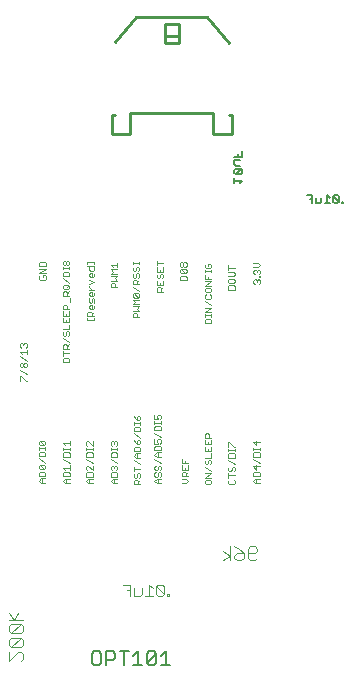
<source format=gbo>
G75*
G70*
%OFA0B0*%
%FSLAX24Y24*%
%IPPOS*%
%LPD*%
%AMOC8*
5,1,8,0,0,1.08239X$1,22.5*
%
%ADD10C,0.0020*%
%ADD11C,0.0050*%
%ADD12C,0.0030*%
%ADD13C,0.0040*%
%ADD14C,0.0100*%
D10*
X001783Y009190D02*
X001710Y009263D01*
X001783Y009337D01*
X001930Y009337D01*
X001930Y009411D02*
X001930Y009521D01*
X001893Y009558D01*
X001747Y009558D01*
X001710Y009521D01*
X001710Y009411D01*
X001930Y009411D01*
X001820Y009337D02*
X001820Y009190D01*
X001783Y009190D02*
X001930Y009190D01*
X001893Y009632D02*
X001747Y009632D01*
X001710Y009669D01*
X001710Y009742D01*
X001747Y009779D01*
X001893Y009632D01*
X001930Y009669D01*
X001930Y009742D01*
X001893Y009779D01*
X001747Y009779D01*
X001930Y009853D02*
X001710Y010000D01*
X001710Y010074D02*
X001710Y010184D01*
X001747Y010221D01*
X001893Y010221D01*
X001930Y010184D01*
X001930Y010074D01*
X001710Y010074D01*
X001710Y010295D02*
X001710Y010368D01*
X001710Y010332D02*
X001930Y010332D01*
X001930Y010368D02*
X001930Y010295D01*
X001893Y010442D02*
X001747Y010589D01*
X001893Y010589D01*
X001930Y010552D01*
X001930Y010479D01*
X001893Y010442D01*
X001747Y010442D01*
X001710Y010479D01*
X001710Y010552D01*
X001747Y010589D01*
X002520Y010506D02*
X002740Y010506D01*
X002740Y010579D02*
X002740Y010432D01*
X002740Y010358D02*
X002740Y010285D01*
X002740Y010322D02*
X002520Y010322D01*
X002520Y010358D02*
X002520Y010285D01*
X002557Y010211D02*
X002520Y010174D01*
X002520Y010064D01*
X002740Y010064D01*
X002740Y010174D01*
X002703Y010211D01*
X002557Y010211D01*
X002593Y010432D02*
X002520Y010506D01*
X002520Y009990D02*
X002740Y009843D01*
X002740Y009769D02*
X002740Y009622D01*
X002740Y009695D02*
X002520Y009695D01*
X002593Y009622D01*
X002557Y009548D02*
X002703Y009548D01*
X002740Y009511D01*
X002740Y009401D01*
X002520Y009401D01*
X002520Y009511D01*
X002557Y009548D01*
X002593Y009327D02*
X002520Y009253D01*
X002593Y009180D01*
X002740Y009180D01*
X002630Y009180D02*
X002630Y009327D01*
X002593Y009327D02*
X002740Y009327D01*
X003290Y009391D02*
X003290Y009501D01*
X003327Y009538D01*
X003473Y009538D01*
X003510Y009501D01*
X003510Y009391D01*
X003290Y009391D01*
X003363Y009317D02*
X003290Y009243D01*
X003363Y009170D01*
X003510Y009170D01*
X003400Y009170D02*
X003400Y009317D01*
X003363Y009317D02*
X003510Y009317D01*
X003510Y009612D02*
X003363Y009759D01*
X003327Y009759D01*
X003290Y009722D01*
X003290Y009649D01*
X003327Y009612D01*
X003510Y009612D02*
X003510Y009759D01*
X003510Y009833D02*
X003290Y009980D01*
X003290Y010054D02*
X003290Y010164D01*
X003327Y010201D01*
X003473Y010201D01*
X003510Y010164D01*
X003510Y010054D01*
X003290Y010054D01*
X003290Y010275D02*
X003290Y010348D01*
X003290Y010312D02*
X003510Y010312D01*
X003510Y010348D02*
X003510Y010275D01*
X003510Y010422D02*
X003363Y010569D01*
X003327Y010569D01*
X003290Y010532D01*
X003290Y010459D01*
X003327Y010422D01*
X003510Y010422D02*
X003510Y010569D01*
X004110Y010532D02*
X004147Y010569D01*
X004183Y010569D01*
X004220Y010532D01*
X004257Y010569D01*
X004293Y010569D01*
X004330Y010532D01*
X004330Y010459D01*
X004293Y010422D01*
X004330Y010348D02*
X004330Y010275D01*
X004330Y010312D02*
X004110Y010312D01*
X004110Y010348D02*
X004110Y010275D01*
X004147Y010201D02*
X004110Y010164D01*
X004110Y010054D01*
X004330Y010054D01*
X004330Y010164D01*
X004293Y010201D01*
X004147Y010201D01*
X004147Y010422D02*
X004110Y010459D01*
X004110Y010532D01*
X004220Y010532D02*
X004220Y010496D01*
X004110Y009980D02*
X004330Y009833D01*
X004293Y009759D02*
X004330Y009722D01*
X004330Y009649D01*
X004293Y009612D01*
X004293Y009538D02*
X004147Y009538D01*
X004110Y009501D01*
X004110Y009391D01*
X004330Y009391D01*
X004330Y009501D01*
X004293Y009538D01*
X004147Y009612D02*
X004110Y009649D01*
X004110Y009722D01*
X004147Y009759D01*
X004183Y009759D01*
X004220Y009722D01*
X004257Y009759D01*
X004293Y009759D01*
X004220Y009722D02*
X004220Y009685D01*
X004220Y009317D02*
X004220Y009170D01*
X004183Y009170D02*
X004110Y009243D01*
X004183Y009317D01*
X004330Y009317D01*
X004330Y009170D02*
X004183Y009170D01*
X004880Y009140D02*
X004880Y009250D01*
X004917Y009287D01*
X004990Y009287D01*
X005027Y009250D01*
X005027Y009140D01*
X005100Y009140D02*
X004880Y009140D01*
X005027Y009213D02*
X005100Y009287D01*
X005063Y009361D02*
X005100Y009398D01*
X005100Y009471D01*
X005063Y009508D01*
X005027Y009508D01*
X004990Y009471D01*
X004990Y009398D01*
X004953Y009361D01*
X004917Y009361D01*
X004880Y009398D01*
X004880Y009471D01*
X004917Y009508D01*
X004880Y009582D02*
X004880Y009729D01*
X004880Y009655D02*
X005100Y009655D01*
X005100Y009803D02*
X004880Y009950D01*
X004953Y010024D02*
X004880Y010097D01*
X004953Y010171D01*
X005100Y010171D01*
X005100Y010245D02*
X005100Y010355D01*
X005063Y010392D01*
X004917Y010392D01*
X004880Y010355D01*
X004880Y010245D01*
X005100Y010245D01*
X004990Y010171D02*
X004990Y010024D01*
X004953Y010024D02*
X005100Y010024D01*
X005063Y010466D02*
X004990Y010466D01*
X004990Y010576D01*
X005027Y010613D01*
X005063Y010613D01*
X005100Y010576D01*
X005100Y010503D01*
X005063Y010466D01*
X004990Y010466D02*
X004917Y010539D01*
X004880Y010613D01*
X004880Y010834D02*
X005100Y010687D01*
X005100Y010908D02*
X005100Y011018D01*
X005063Y011055D01*
X004917Y011055D01*
X004880Y011018D01*
X004880Y010908D01*
X005100Y010908D01*
X005100Y011129D02*
X005100Y011202D01*
X005100Y011166D02*
X004880Y011166D01*
X004880Y011202D02*
X004880Y011129D01*
X004990Y011276D02*
X004917Y011350D01*
X004880Y011423D01*
X004990Y011386D02*
X004990Y011276D01*
X005063Y011276D01*
X005100Y011313D01*
X005100Y011386D01*
X005063Y011423D01*
X005027Y011423D01*
X004990Y011386D01*
X005570Y011453D02*
X005570Y011306D01*
X005680Y011306D01*
X005643Y011380D01*
X005643Y011416D01*
X005680Y011453D01*
X005753Y011453D01*
X005790Y011416D01*
X005790Y011343D01*
X005753Y011306D01*
X005790Y011232D02*
X005790Y011159D01*
X005790Y011196D02*
X005570Y011196D01*
X005570Y011232D02*
X005570Y011159D01*
X005607Y011085D02*
X005570Y011048D01*
X005570Y010938D01*
X005790Y010938D01*
X005790Y011048D01*
X005753Y011085D01*
X005607Y011085D01*
X005570Y010864D02*
X005790Y010717D01*
X005753Y010643D02*
X005790Y010606D01*
X005790Y010533D01*
X005753Y010496D01*
X005680Y010496D02*
X005643Y010569D01*
X005643Y010606D01*
X005680Y010643D01*
X005753Y010643D01*
X005680Y010496D02*
X005570Y010496D01*
X005570Y010643D01*
X005607Y010422D02*
X005570Y010385D01*
X005570Y010275D01*
X005790Y010275D01*
X005790Y010385D01*
X005753Y010422D01*
X005607Y010422D01*
X005643Y010201D02*
X005790Y010201D01*
X005680Y010201D02*
X005680Y010054D01*
X005643Y010054D02*
X005790Y010054D01*
X005643Y010054D02*
X005570Y010127D01*
X005643Y010201D01*
X005570Y009980D02*
X005790Y009833D01*
X005753Y009759D02*
X005790Y009722D01*
X005790Y009649D01*
X005753Y009612D01*
X005753Y009538D02*
X005790Y009501D01*
X005790Y009428D01*
X005753Y009391D01*
X005680Y009428D02*
X005680Y009501D01*
X005717Y009538D01*
X005753Y009538D01*
X005680Y009428D02*
X005643Y009391D01*
X005607Y009391D01*
X005570Y009428D01*
X005570Y009501D01*
X005607Y009538D01*
X005607Y009612D02*
X005643Y009612D01*
X005680Y009649D01*
X005680Y009722D01*
X005717Y009759D01*
X005753Y009759D01*
X005607Y009759D02*
X005570Y009722D01*
X005570Y009649D01*
X005607Y009612D01*
X005643Y009317D02*
X005790Y009317D01*
X005680Y009317D02*
X005680Y009170D01*
X005643Y009170D02*
X005790Y009170D01*
X005643Y009170D02*
X005570Y009243D01*
X005643Y009317D01*
X006480Y009327D02*
X006627Y009327D01*
X006700Y009253D01*
X006627Y009180D01*
X006480Y009180D01*
X006480Y009401D02*
X006480Y009511D01*
X006517Y009548D01*
X006590Y009548D01*
X006627Y009511D01*
X006627Y009401D01*
X006700Y009401D02*
X006480Y009401D01*
X006627Y009474D02*
X006700Y009548D01*
X006700Y009622D02*
X006700Y009769D01*
X006700Y009843D02*
X006480Y009843D01*
X006480Y009990D01*
X006590Y009916D02*
X006590Y009843D01*
X006480Y009769D02*
X006480Y009622D01*
X006700Y009622D01*
X006590Y009622D02*
X006590Y009695D01*
X007240Y009729D02*
X007460Y009582D01*
X007460Y009508D02*
X007240Y009508D01*
X007240Y009361D02*
X007460Y009508D01*
X007460Y009361D02*
X007240Y009361D01*
X007277Y009287D02*
X007240Y009250D01*
X007240Y009177D01*
X007277Y009140D01*
X007423Y009140D01*
X007460Y009177D01*
X007460Y009250D01*
X007423Y009287D01*
X007277Y009287D01*
X007277Y009803D02*
X007313Y009803D01*
X007350Y009840D01*
X007350Y009913D01*
X007387Y009950D01*
X007423Y009950D01*
X007460Y009913D01*
X007460Y009840D01*
X007423Y009803D01*
X007460Y010024D02*
X007460Y010171D01*
X007460Y010245D02*
X007460Y010392D01*
X007460Y010466D02*
X007460Y010613D01*
X007460Y010687D02*
X007240Y010687D01*
X007240Y010797D01*
X007277Y010834D01*
X007350Y010834D01*
X007387Y010797D01*
X007387Y010687D01*
X007350Y010539D02*
X007350Y010466D01*
X007240Y010466D02*
X007460Y010466D01*
X007350Y010318D02*
X007350Y010245D01*
X007240Y010245D02*
X007460Y010245D01*
X007460Y010024D02*
X007240Y010024D01*
X007277Y009950D02*
X007240Y009913D01*
X007240Y009840D01*
X007277Y009803D01*
X007240Y010245D02*
X007240Y010392D01*
X007240Y010466D02*
X007240Y010613D01*
X008030Y010539D02*
X008030Y010392D01*
X008030Y010318D02*
X008030Y010245D01*
X008030Y010282D02*
X008250Y010282D01*
X008250Y010318D02*
X008250Y010245D01*
X008213Y010171D02*
X008067Y010171D01*
X008030Y010134D01*
X008030Y010024D01*
X008250Y010024D01*
X008250Y010134D01*
X008213Y010171D01*
X008213Y010392D02*
X008250Y010392D01*
X008213Y010392D02*
X008067Y010539D01*
X008030Y010539D01*
X008030Y009950D02*
X008250Y009803D01*
X008213Y009729D02*
X008250Y009692D01*
X008250Y009619D01*
X008213Y009582D01*
X008140Y009619D02*
X008140Y009692D01*
X008177Y009729D01*
X008213Y009729D01*
X008140Y009619D02*
X008103Y009582D01*
X008067Y009582D01*
X008030Y009619D01*
X008030Y009692D01*
X008067Y009729D01*
X008030Y009508D02*
X008030Y009361D01*
X008030Y009434D02*
X008250Y009434D01*
X008213Y009287D02*
X008250Y009250D01*
X008250Y009177D01*
X008213Y009140D01*
X008067Y009140D01*
X008030Y009177D01*
X008030Y009250D01*
X008067Y009287D01*
X008860Y009253D02*
X008933Y009327D01*
X009080Y009327D01*
X009080Y009401D02*
X009080Y009511D01*
X009043Y009548D01*
X008897Y009548D01*
X008860Y009511D01*
X008860Y009401D01*
X009080Y009401D01*
X008970Y009327D02*
X008970Y009180D01*
X008933Y009180D02*
X008860Y009253D01*
X008933Y009180D02*
X009080Y009180D01*
X008970Y009622D02*
X008970Y009769D01*
X009080Y009732D02*
X008860Y009732D01*
X008970Y009622D01*
X009080Y009843D02*
X008860Y009990D01*
X008860Y010064D02*
X008860Y010174D01*
X008897Y010211D01*
X009043Y010211D01*
X009080Y010174D01*
X009080Y010064D01*
X008860Y010064D01*
X008860Y010285D02*
X008860Y010358D01*
X008860Y010322D02*
X009080Y010322D01*
X009080Y010358D02*
X009080Y010285D01*
X008970Y010432D02*
X008970Y010579D01*
X009080Y010542D02*
X008860Y010542D01*
X008970Y010432D01*
X007460Y014510D02*
X007240Y014510D01*
X007240Y014620D01*
X007277Y014657D01*
X007423Y014657D01*
X007460Y014620D01*
X007460Y014510D01*
X007460Y014731D02*
X007460Y014804D01*
X007460Y014768D02*
X007240Y014768D01*
X007240Y014804D02*
X007240Y014731D01*
X007240Y014878D02*
X007460Y015025D01*
X007240Y015025D01*
X007240Y014878D02*
X007460Y014878D01*
X007460Y015099D02*
X007240Y015246D01*
X007277Y015320D02*
X007423Y015320D01*
X007460Y015357D01*
X007460Y015430D01*
X007423Y015467D01*
X007423Y015541D02*
X007460Y015578D01*
X007460Y015651D01*
X007423Y015688D01*
X007277Y015688D01*
X007240Y015651D01*
X007240Y015578D01*
X007277Y015541D01*
X007423Y015541D01*
X007460Y015762D02*
X007240Y015762D01*
X007460Y015909D01*
X007240Y015909D01*
X007240Y015983D02*
X007240Y016130D01*
X007240Y016204D02*
X007240Y016278D01*
X007240Y016241D02*
X007460Y016241D01*
X007460Y016204D02*
X007460Y016278D01*
X007423Y016352D02*
X007460Y016388D01*
X007460Y016462D01*
X007423Y016498D01*
X007350Y016498D01*
X007350Y016425D01*
X007277Y016352D02*
X007423Y016352D01*
X007350Y016057D02*
X007350Y015983D01*
X007460Y015983D02*
X007240Y015983D01*
X007277Y016352D02*
X007240Y016388D01*
X007240Y016462D01*
X007277Y016498D01*
X007277Y015467D02*
X007240Y015430D01*
X007240Y015357D01*
X007277Y015320D01*
X006640Y015950D02*
X006640Y016060D01*
X006603Y016097D01*
X006457Y016097D01*
X006420Y016060D01*
X006420Y015950D01*
X006640Y015950D01*
X006603Y016171D02*
X006457Y016318D01*
X006603Y016318D01*
X006640Y016281D01*
X006640Y016208D01*
X006603Y016171D01*
X006457Y016171D01*
X006420Y016208D01*
X006420Y016281D01*
X006457Y016318D01*
X006457Y016392D02*
X006493Y016392D01*
X006530Y016429D01*
X006530Y016502D01*
X006567Y016539D01*
X006603Y016539D01*
X006640Y016502D01*
X006640Y016429D01*
X006603Y016392D01*
X006567Y016392D01*
X006530Y016429D01*
X006530Y016502D02*
X006493Y016539D01*
X006457Y016539D01*
X006420Y016502D01*
X006420Y016429D01*
X006457Y016392D01*
X005860Y016370D02*
X005860Y016223D01*
X005640Y016223D01*
X005640Y016370D01*
X005640Y016444D02*
X005640Y016591D01*
X005640Y016517D02*
X005860Y016517D01*
X005750Y016296D02*
X005750Y016223D01*
X005787Y016149D02*
X005823Y016149D01*
X005860Y016112D01*
X005860Y016039D01*
X005823Y016002D01*
X005750Y016039D02*
X005750Y016112D01*
X005787Y016149D01*
X005677Y016149D02*
X005640Y016112D01*
X005640Y016039D01*
X005677Y016002D01*
X005713Y016002D01*
X005750Y016039D01*
X005860Y015928D02*
X005860Y015781D01*
X005640Y015781D01*
X005640Y015928D01*
X005750Y015854D02*
X005750Y015781D01*
X005750Y015707D02*
X005787Y015670D01*
X005787Y015560D01*
X005860Y015560D02*
X005640Y015560D01*
X005640Y015670D01*
X005677Y015707D01*
X005750Y015707D01*
X005787Y015633D02*
X005860Y015707D01*
X005070Y015805D02*
X004850Y015805D01*
X004850Y015915D01*
X004887Y015952D01*
X004960Y015952D01*
X004997Y015915D01*
X004997Y015805D01*
X004997Y015878D02*
X005070Y015952D01*
X005033Y016026D02*
X005070Y016063D01*
X005070Y016136D01*
X005033Y016173D01*
X004997Y016173D01*
X004960Y016136D01*
X004960Y016063D01*
X004923Y016026D01*
X004887Y016026D01*
X004850Y016063D01*
X004850Y016136D01*
X004887Y016173D01*
X004887Y016247D02*
X004923Y016247D01*
X004960Y016284D01*
X004960Y016357D01*
X004997Y016394D01*
X005033Y016394D01*
X005070Y016357D01*
X005070Y016284D01*
X005033Y016247D01*
X004887Y016247D02*
X004850Y016284D01*
X004850Y016357D01*
X004887Y016394D01*
X004850Y016468D02*
X004850Y016541D01*
X004850Y016505D02*
X005070Y016505D01*
X005070Y016541D02*
X005070Y016468D01*
X004850Y015731D02*
X005070Y015584D01*
X005033Y015510D02*
X005070Y015473D01*
X005070Y015400D01*
X005033Y015363D01*
X004887Y015510D01*
X005033Y015510D01*
X004887Y015510D02*
X004850Y015473D01*
X004850Y015400D01*
X004887Y015363D01*
X005033Y015363D01*
X005070Y015289D02*
X004850Y015289D01*
X004923Y015215D01*
X004850Y015142D01*
X005070Y015142D01*
X005070Y015068D02*
X004850Y015068D01*
X004850Y014921D02*
X005070Y014921D01*
X004997Y014994D01*
X005070Y015068D01*
X004960Y014847D02*
X004997Y014810D01*
X004997Y014700D01*
X005070Y014700D02*
X004850Y014700D01*
X004850Y014810D01*
X004887Y014847D01*
X004960Y014847D01*
X004330Y015710D02*
X004110Y015710D01*
X004110Y015820D01*
X004147Y015857D01*
X004220Y015857D01*
X004257Y015820D01*
X004257Y015710D01*
X004330Y015931D02*
X004110Y015931D01*
X004110Y016078D02*
X004330Y016078D01*
X004257Y016004D01*
X004330Y015931D01*
X004330Y016152D02*
X004110Y016152D01*
X004183Y016225D01*
X004110Y016299D01*
X004330Y016299D01*
X004330Y016373D02*
X004330Y016520D01*
X004330Y016446D02*
X004110Y016446D01*
X004183Y016373D01*
X003550Y016404D02*
X003550Y016294D01*
X003513Y016257D01*
X003440Y016257D01*
X003403Y016294D01*
X003403Y016404D01*
X003330Y016404D02*
X003550Y016404D01*
X003550Y016478D02*
X003550Y016552D01*
X003330Y016552D01*
X003330Y016478D01*
X003440Y016183D02*
X003477Y016183D01*
X003477Y016036D01*
X003513Y016036D02*
X003440Y016036D01*
X003403Y016073D01*
X003403Y016147D01*
X003440Y016183D01*
X003550Y016147D02*
X003550Y016073D01*
X003513Y016036D01*
X003403Y015962D02*
X003550Y015889D01*
X003403Y015815D01*
X003403Y015741D02*
X003403Y015705D01*
X003477Y015631D01*
X003550Y015631D02*
X003403Y015631D01*
X003440Y015557D02*
X003477Y015557D01*
X003477Y015410D01*
X003513Y015410D02*
X003440Y015410D01*
X003403Y015447D01*
X003403Y015520D01*
X003440Y015557D01*
X003550Y015520D02*
X003550Y015447D01*
X003513Y015410D01*
X003513Y015336D02*
X003477Y015299D01*
X003477Y015226D01*
X003440Y015189D01*
X003403Y015226D01*
X003403Y015336D01*
X003513Y015336D02*
X003550Y015299D01*
X003550Y015189D01*
X003477Y015115D02*
X003440Y015115D01*
X003403Y015078D01*
X003403Y015005D01*
X003440Y014968D01*
X003513Y014968D01*
X003550Y015005D01*
X003550Y015078D01*
X003477Y015115D02*
X003477Y014968D01*
X003440Y014894D02*
X003477Y014857D01*
X003477Y014747D01*
X003550Y014747D02*
X003330Y014747D01*
X003330Y014857D01*
X003367Y014894D01*
X003440Y014894D01*
X003477Y014821D02*
X003550Y014894D01*
X003550Y014673D02*
X003550Y014600D01*
X003330Y014600D01*
X003330Y014673D01*
X002730Y014683D02*
X002730Y014536D01*
X002510Y014536D01*
X002510Y014683D01*
X002510Y014757D02*
X002730Y014757D01*
X002730Y014904D01*
X002730Y014978D02*
X002510Y014978D01*
X002510Y015088D01*
X002547Y015125D01*
X002620Y015125D01*
X002657Y015088D01*
X002657Y014978D01*
X002620Y014830D02*
X002620Y014757D01*
X002510Y014757D02*
X002510Y014904D01*
X002620Y014609D02*
X002620Y014536D01*
X002730Y014462D02*
X002730Y014315D01*
X002510Y014315D01*
X002547Y014241D02*
X002510Y014204D01*
X002510Y014131D01*
X002547Y014094D01*
X002583Y014094D01*
X002620Y014131D01*
X002620Y014204D01*
X002657Y014241D01*
X002693Y014241D01*
X002730Y014204D01*
X002730Y014131D01*
X002693Y014094D01*
X002510Y014020D02*
X002730Y013873D01*
X002730Y013799D02*
X002657Y013725D01*
X002657Y013762D02*
X002657Y013652D01*
X002730Y013652D02*
X002510Y013652D01*
X002510Y013762D01*
X002547Y013799D01*
X002620Y013799D01*
X002657Y013762D01*
X002510Y013578D02*
X002510Y013431D01*
X002510Y013504D02*
X002730Y013504D01*
X002693Y013357D02*
X002547Y013357D01*
X002510Y013320D01*
X002510Y013210D01*
X002730Y013210D01*
X002730Y013320D01*
X002693Y013357D01*
X002767Y015199D02*
X002767Y015346D01*
X002730Y015420D02*
X002510Y015420D01*
X002510Y015530D01*
X002547Y015567D01*
X002620Y015567D01*
X002657Y015530D01*
X002657Y015420D01*
X002657Y015493D02*
X002730Y015567D01*
X002693Y015641D02*
X002730Y015678D01*
X002730Y015751D01*
X002693Y015788D01*
X002547Y015788D01*
X002510Y015751D01*
X002510Y015678D01*
X002547Y015641D01*
X002693Y015641D01*
X002657Y015714D02*
X002730Y015788D01*
X002730Y015862D02*
X002510Y016009D01*
X002510Y016083D02*
X002510Y016193D01*
X002547Y016230D01*
X002693Y016230D01*
X002730Y016193D01*
X002730Y016083D01*
X002510Y016083D01*
X002510Y016304D02*
X002510Y016377D01*
X002510Y016341D02*
X002730Y016341D01*
X002730Y016377D02*
X002730Y016304D01*
X002693Y016451D02*
X002657Y016451D01*
X002620Y016488D01*
X002620Y016561D01*
X002657Y016598D01*
X002693Y016598D01*
X002730Y016561D01*
X002730Y016488D01*
X002693Y016451D01*
X002620Y016488D02*
X002583Y016451D01*
X002547Y016451D01*
X002510Y016488D01*
X002510Y016561D01*
X002547Y016598D01*
X002583Y016598D01*
X002620Y016561D01*
X001950Y016512D02*
X001950Y016402D01*
X001730Y016402D01*
X001730Y016512D01*
X001767Y016549D01*
X001913Y016549D01*
X001950Y016512D01*
X001950Y016328D02*
X001730Y016328D01*
X001730Y016181D02*
X001950Y016328D01*
X001950Y016181D02*
X001730Y016181D01*
X001767Y016107D02*
X001730Y016070D01*
X001730Y015997D01*
X001767Y015960D01*
X001913Y015960D01*
X001950Y015997D01*
X001950Y016070D01*
X001913Y016107D01*
X001840Y016107D01*
X001840Y016033D01*
X001273Y013842D02*
X001310Y013805D01*
X001310Y013732D01*
X001273Y013695D01*
X001310Y013621D02*
X001310Y013474D01*
X001310Y013547D02*
X001090Y013547D01*
X001163Y013474D01*
X001090Y013400D02*
X001310Y013253D01*
X001273Y013179D02*
X001310Y013142D01*
X001310Y013069D01*
X001273Y013032D01*
X001237Y013032D01*
X001200Y013069D01*
X001200Y013142D01*
X001237Y013179D01*
X001273Y013179D01*
X001200Y013142D02*
X001163Y013179D01*
X001127Y013179D01*
X001090Y013142D01*
X001090Y013069D01*
X001127Y013032D01*
X001163Y013032D01*
X001200Y013069D01*
X001090Y012958D02*
X001310Y012811D01*
X001127Y012737D02*
X001273Y012590D01*
X001310Y012590D01*
X001127Y012737D02*
X001090Y012737D01*
X001090Y012590D01*
X001127Y013695D02*
X001090Y013732D01*
X001090Y013805D01*
X001127Y013842D01*
X001163Y013842D01*
X001200Y013805D01*
X001237Y013842D01*
X001273Y013842D01*
X001200Y013805D02*
X001200Y013768D01*
X008020Y015626D02*
X008020Y015736D01*
X008057Y015773D01*
X008203Y015773D01*
X008240Y015736D01*
X008240Y015626D01*
X008020Y015626D01*
X008057Y015847D02*
X008020Y015884D01*
X008020Y015957D01*
X008057Y015994D01*
X008203Y015994D01*
X008240Y015957D01*
X008240Y015884D01*
X008203Y015847D01*
X008057Y015847D01*
X008020Y016068D02*
X008203Y016068D01*
X008240Y016105D01*
X008240Y016178D01*
X008203Y016215D01*
X008020Y016215D01*
X008020Y016289D02*
X008020Y016436D01*
X008020Y016362D02*
X008240Y016362D01*
X008870Y016372D02*
X009017Y016372D01*
X009090Y016446D01*
X009017Y016519D01*
X008870Y016519D01*
X008907Y016298D02*
X008870Y016262D01*
X008870Y016188D01*
X008907Y016151D01*
X008980Y016225D02*
X008980Y016262D01*
X009017Y016298D01*
X009053Y016298D01*
X009090Y016262D01*
X009090Y016188D01*
X009053Y016151D01*
X009053Y016078D02*
X009090Y016078D01*
X009090Y016041D01*
X009053Y016041D01*
X009053Y016078D01*
X009053Y015967D02*
X009090Y015930D01*
X009090Y015857D01*
X009053Y015820D01*
X008980Y015893D02*
X008980Y015930D01*
X009017Y015967D01*
X009053Y015967D01*
X008980Y015930D02*
X008943Y015967D01*
X008907Y015967D01*
X008870Y015930D01*
X008870Y015857D01*
X008907Y015820D01*
X008980Y016262D02*
X008943Y016298D01*
X008907Y016298D01*
D11*
X008412Y019172D02*
X008502Y019262D01*
X008231Y019262D01*
X008231Y019172D02*
X008231Y019352D01*
X008276Y019467D02*
X008231Y019512D01*
X008231Y019602D01*
X008276Y019647D01*
X008457Y019647D01*
X008276Y019467D01*
X008457Y019467D01*
X008502Y019512D01*
X008502Y019602D01*
X008457Y019647D01*
X008412Y019761D02*
X008276Y019761D01*
X008231Y019806D01*
X008231Y019942D01*
X008412Y019942D01*
X008367Y020056D02*
X008367Y020146D01*
X008502Y020056D02*
X008231Y020056D01*
X008502Y020056D02*
X008502Y020236D01*
X010649Y018777D02*
X010829Y018777D01*
X010829Y018507D01*
X010944Y018507D02*
X010944Y018687D01*
X010829Y018642D02*
X010739Y018642D01*
X010944Y018507D02*
X011079Y018507D01*
X011124Y018552D01*
X011124Y018687D01*
X011239Y018507D02*
X011419Y018507D01*
X011329Y018507D02*
X011329Y018777D01*
X011419Y018687D01*
X011533Y018732D02*
X011533Y018552D01*
X011578Y018507D01*
X011668Y018507D01*
X011713Y018552D01*
X011533Y018732D01*
X011578Y018777D01*
X011668Y018777D01*
X011713Y018732D01*
X011713Y018552D01*
X011816Y018552D02*
X011816Y018507D01*
X011861Y018507D01*
X011861Y018552D01*
X011816Y018552D01*
X005937Y003565D02*
X005937Y003115D01*
X005787Y003115D02*
X006087Y003115D01*
X005787Y003415D02*
X005937Y003565D01*
X005627Y003490D02*
X005627Y003190D01*
X005552Y003115D01*
X005402Y003115D01*
X005327Y003190D01*
X005627Y003490D01*
X005552Y003565D01*
X005402Y003565D01*
X005327Y003490D01*
X005327Y003190D01*
X005166Y003115D02*
X004866Y003115D01*
X005016Y003115D02*
X005016Y003565D01*
X004866Y003415D01*
X004706Y003565D02*
X004406Y003565D01*
X004556Y003565D02*
X004556Y003115D01*
X004246Y003340D02*
X004246Y003490D01*
X004171Y003565D01*
X003945Y003565D01*
X003945Y003115D01*
X003945Y003265D02*
X004171Y003265D01*
X004246Y003340D01*
X003785Y003190D02*
X003785Y003490D01*
X003710Y003565D01*
X003560Y003565D01*
X003485Y003490D01*
X003485Y003190D01*
X003560Y003115D01*
X003710Y003115D01*
X003785Y003190D01*
D12*
X004770Y005427D02*
X004770Y005797D01*
X004523Y005797D01*
X004646Y005612D02*
X004770Y005612D01*
X004891Y005674D02*
X004891Y005427D01*
X005076Y005427D01*
X005138Y005489D01*
X005138Y005674D01*
X005259Y005427D02*
X005506Y005427D01*
X005383Y005427D02*
X005383Y005797D01*
X005506Y005674D01*
X005628Y005736D02*
X005875Y005489D01*
X005813Y005427D01*
X005689Y005427D01*
X005628Y005489D01*
X005628Y005736D01*
X005689Y005797D01*
X005813Y005797D01*
X005875Y005736D01*
X005875Y005489D01*
X005997Y005489D02*
X005997Y005427D01*
X006059Y005427D01*
X006059Y005489D01*
X005997Y005489D01*
D13*
X001027Y003557D02*
X000720Y003250D01*
X000720Y003557D01*
X000797Y003710D02*
X000720Y003787D01*
X000720Y003941D01*
X000797Y004017D01*
X001104Y004017D01*
X000797Y003710D01*
X001104Y003710D01*
X001180Y003787D01*
X001180Y003941D01*
X001104Y004017D01*
X001104Y004171D02*
X001180Y004248D01*
X001180Y004401D01*
X001104Y004478D01*
X000797Y004171D01*
X000720Y004248D01*
X000720Y004401D01*
X000797Y004478D01*
X001104Y004478D01*
X001180Y004631D02*
X000720Y004631D01*
X000873Y004631D02*
X000720Y004861D01*
X000873Y004631D02*
X001027Y004861D01*
X001104Y004171D02*
X000797Y004171D01*
X001027Y003557D02*
X001104Y003557D01*
X001180Y003480D01*
X001180Y003327D01*
X001104Y003250D01*
X007849Y006610D02*
X008079Y006763D01*
X007849Y006917D01*
X008079Y007070D02*
X008079Y006610D01*
X008233Y006687D02*
X008233Y006763D01*
X008309Y006840D01*
X008540Y006840D01*
X008540Y006687D01*
X008463Y006610D01*
X008309Y006610D01*
X008233Y006687D01*
X008386Y006994D02*
X008540Y006840D01*
X008693Y006840D02*
X008923Y006840D01*
X009000Y006917D01*
X009000Y006994D01*
X008923Y007070D01*
X008770Y007070D01*
X008693Y006994D01*
X008693Y006687D01*
X008770Y006610D01*
X008923Y006610D01*
X009000Y006687D01*
X008386Y006994D02*
X008233Y007070D01*
D14*
X008146Y020807D02*
X007523Y020807D01*
X007523Y021520D01*
X004768Y021520D01*
X004768Y020807D01*
X004246Y020807D01*
X004244Y020807D02*
X004146Y020807D01*
X004146Y021437D01*
X004246Y021437D01*
X004246Y023882D02*
X004964Y024709D01*
X007327Y024709D01*
X008045Y023843D01*
X008045Y021437D02*
X008146Y021437D01*
X008146Y020807D01*
X006382Y023843D02*
X006382Y024079D01*
X005909Y024079D01*
X005909Y023843D01*
X006382Y023843D01*
X006382Y024079D02*
X006382Y024473D01*
X005909Y024473D01*
X005909Y024079D01*
M02*

</source>
